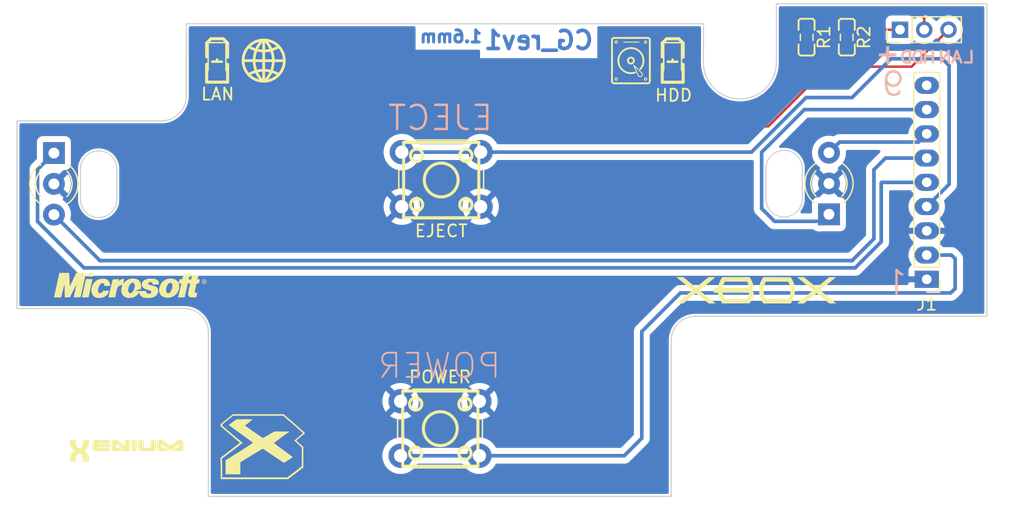
<source format=kicad_pcb>
(kicad_pcb (version 20240108) (generator "pcbnew") (generator_version "8.0")
  (layers (0 "F.Cu" signal) (31 "B.Cu" signal) (34 "B.Paste" user) (35 "F.Paste" user) (36 "B.SilkS" user "B.Silkscreen") (37 "F.SilkS" user "F.Silkscreen") (38 "B.Mask" user) (39 "F.Mask" user) (44 "Edge.Cuts" user))
  (net 0 "")
  (net 1 "Net-(D1-A1)")
  (net 2 "GND")
  (net 3 "Net-(D1-A2)")
  (net 4 "Net-(D2-A1)")
  (net 5 "Net-(J1-Pin_4)")
  (net 6 "Net-(J1-Pin_2)")
  (net 7 "Net-(D2-A2)")
  (net 9 "Net-(J2-Pin_1)")
  (net 10 "Net-(HDD_LED1-C)")
  (net 11 "Net-(HDD_LED1-A)")
  (net 12 "Net-(LAN_LED1-A)")
  (net 13 "Net-(J2-Pin_3)")
  (footprint "Button_Switch_THT:SW_PUSH_6mm_H4.3mm" (layer "F.Cu") (at 147.51083 94.7 180)
    (property "Reference" "EJECT" (at 3.25 -2 0) (layer "F.SilkS"))
    (property "Value" "SW_Push-EJECT")
    (pad "1" thru_hole circle (at 0 0 270) (size 2 2) (drill 1.1) (layers "*.Cu" "*.Mask") (net 2 "GND"))
    (pad "1" thru_hole circle (at 6.5 0 270) (size 2 2) (drill 1.1) (layers "*.Cu" "*.Mask") (net 2 "GND"))
    (pad "2" thru_hole circle (at 0 4.5 270) (size 2 2) (drill 1.1) (layers "*.Cu" "*.Mask") (net 5 "Net-(J1-Pin_4)"))
    (pad "2" thru_hole circle (at 6.5 4.5 270) (size 2 2) (drill 1.1) (layers "*.Cu" "*.Mask") (net 5 "Net-(J1-Pin_4)"))
  )
  (footprint "Resistor_SMD:R_0603_1608Metric_Pad0.98x0.95mm_HandSolder" (layer "F.Cu") (at 174.412274 80.727786 -90)
    (property "Reference" "R1" (at 0 -1.43 90) (layer "F.SilkS"))
    (property "Value" "100_0603")
    (pad "1" smd roundrect (at -0.9125 0 270) (size 0.975 0.95) (layers "F.Cu" "F.Paste" "F.Mask") (net 9 "Net-(J2-Pin_1)"))
    (pad "2" smd roundrect (at 0.9125 0 270) (size 0.975 0.95) (layers "F.Cu" "F.Paste" "F.Mask") (net 11 "Net-(HDD_LED1-A)"))
  )
  (footprint "LED_THT:LED_D3.0mm-3" (layer "F.Cu") (at 112.30883 90.279 -90)
    (property "Reference" "D1" (hide yes))
    (property "Value" "LED_Dual_AKA - LEFT")
    (pad "1" thru_hole rect (at 0 0 270) (size 1.8 1.8) (drill 0.9) (layers "*.Cu" "*.Mask") (net 1 "Net-(D1-A1)"))
    (pad "2" thru_hole circle (at 2.54 0 270) (size 1.8 1.8) (drill 0.9) (layers "*.Cu" "*.Mask") (net 2 "GND"))
    (pad "3" thru_hole circle (at 5.08 0 270) (size 1.8 1.8) (drill 0.9) (layers "*.Cu" "*.Mask") (net 3 "Net-(D1-A2)"))
  )
  (footprint "LOGO" (layer "F.Cu") (at 118.390611 114.828508)
    (property "Reference" "G***" (hide yes))
    (property "Value" "LOGO" (hide yes))
  )
  (footprint "Connector_PinHeader_2.00mm:PinHeader_1x03_P2.00mm_Vertical" (layer "F.Cu") (at 182.11083 80.1 90)
    (property "Reference" "J2" (hide yes))
    (property "Value" "Conn_01x03")
    (pad "1" thru_hole rect (at 0 0 90) (size 1.35 1.35) (drill 0.8) (layers "*.Cu" "*.Mask") (net 9 "Net-(J2-Pin_1)"))
    (pad "2" thru_hole oval (at 0 2 90) (size 1.35 1.35) (drill 0.8) (layers "*.Cu" "*.Mask") (net 10 "Net-(HDD_LED1-C)"))
    (pad "3" thru_hole oval (at 0 4 90) (size 1.35 1.35) (drill 0.8) (layers "*.Cu" "*.Mask") (net 13 "Net-(J2-Pin_3)"))
  )
  (footprint "LED_SMD:LED_0603_1608Metric" (layer "F.Cu") (at 163.35321 82.65467 -90)
    (property "Reference" "HDD_LED1" (hide yes))
    (property "Value" "Blue_56mcd_0603")
    (pad "1" smd roundrect (at -0.7875 0 270) (size 0.875 0.95) (layers "F.Cu" "F.Paste" "F.Mask") (net 10 "Net-(HDD_LED1-C)"))
    (pad "2" smd roundrect (at 0.7875 0 270) (size 0.875 0.95) (layers "F.Cu" "F.Paste" "F.Mask") (net 11 "Net-(HDD_LED1-A)"))
  )
  (footprint "LOGO" (layer "F.Cu") (at 170.254788 101.693806)
    (property "Reference" "G***" (hide yes))
    (property "Value" "LOGO" (hide yes))
  )
  (footprint "Connector_PinHeader_2.00mm:PinHeader_1x09_P2.00mm_Vertical" (layer "F.Cu") (at 184.31783 100.693 180)
    (property "Reference" "J1" (at 0 -2.06 0) (layer "F.SilkS"))
    (property "Value" "Conn_01x09_Pin")
    (pad "1" thru_hole rect (at 0 0 180) (size 2 1.4) (drill 0.8) (layers "*.Cu" "*.Mask") (net 2 "GND"))
    (pad "2" thru_hole oval (at 0 2 180) (size 2 1.4) (drill 0.8) (layers "*.Cu" "*.Mask") (net 6 "Net-(J1-Pin_2)"))
    (pad "3" thru_hole oval (at 0 4 180) (size 2 1.4) (drill 0.8) (layers "*.Cu" "*.Mask") (net 2 "GND"))
    (pad "4" thru_hole oval (at 0 6 180) (size 2 1.4) (drill 0.8) (layers "*.Cu" "*.Mask") (net 5 "Net-(J1-Pin_4)"))
    (pad "5" thru_hole oval (at 0 8 180) (size 2 1.4) (drill 0.8) (layers "*.Cu" "*.Mask") (net 1 "Net-(D1-A1)"))
    (pad "6" thru_hole oval (at 0 10 180) (size 2 1.4) (drill 0.8) (layers "*.Cu" "*.Mask") (net 3 "Net-(D1-A2)"))
    (pad "7" thru_hole oval (at 0 12 180) (size 2 1.4) (drill 0.8) (layers "*.Cu" "*.Mask") (net 7 "Net-(D2-A2)"))
    (pad "8" thru_hole oval (at 0 14 180) (size 2 1.4) (drill 0.8) (layers "*.Cu" "*.Mask") (net 4 "Net-(D2-A1)"))
    (pad "9" thru_hole oval (at 0 16 180) (size 2 1.4) (drill 0.8) (layers "*.Cu" "*.Mask"))
  )
  (footprint "LOGO" (layer "F.Cu") (at 159.91083 82.65)
    (property "Reference" "G" (hide yes))
    (property "Value" "LOGO" (hide yes))
  )
  (footprint "LOGO" (layer "F.Cu") (at 129.61681 82.65)
    (property "Reference" "G***" (hide yes))
    (property "Value" "LOGO" (hide yes))
  )
  (footprint "Button_Switch_THT:SW_PUSH_6mm_H4.3mm" (layer "F.Cu") (at 140.91083 110.75)
    (property "Reference" "POWER" (at 3.25 -2 0) (layer "F.SilkS"))
    (property "Value" "SW_Push Power")
    (pad "1" thru_hole circle (at 0 0 90) (size 2 2) (drill 1.1) (layers "*.Cu" "*.Mask") (net 2 "GND"))
    (pad "1" thru_hole circle (at 6.5 0 90) (size 2 2) (drill 1.1) (layers "*.Cu" "*.Mask") (net 2 "GND"))
    (pad "2" thru_hole circle (at 0 4.5 90) (size 2 2) (drill 1.1) (layers "*.Cu" "*.Mask") (net 6 "Net-(J1-Pin_2)"))
    (pad "2" thru_hole circle (at 6.5 4.5 90) (size 2 2) (drill 1.1) (layers "*.Cu" "*.Mask") (net 6 "Net-(J1-Pin_2)"))
  )
  (footprint "LED_SMD:LED_0603_1608Metric" (layer "F.Cu") (at 125.76681 82.65 -90)
    (property "Reference" "LAN_LED1" (hide yes))
    (property "Value" "Red_100mcd_0603")
    (pad "1" smd roundrect (at -0.7875 0 270) (size 0.875 0.95) (layers "F.Cu" "F.Paste" "F.Mask") (net 13 "Net-(J2-Pin_3)"))
    (pad "2" smd roundrect (at 0.7875 0 270) (size 0.875 0.95) (layers "F.Cu" "F.Paste" "F.Mask") (net 12 "Net-(LAN_LED1-A)"))
  )
  (footprint "LOGO" (layer "F.Cu") (at 129.55 114.5)
    (property "Reference" "G***" (hide yes))
    (property "Value" "LOGO" (hide yes))
  )
  (footprint "LED_THT:LED_D3.0mm-3" (layer "F.Cu") (at 176.25 95.33 90)
    (property "Reference" "D2" (hide yes))
    (property "Value" "LED_Dual_AKA - Right")
    (pad "1" thru_hole rect (at 0 0 90) (size 1.8 1.8) (drill 0.9) (layers "*.Cu" "*.Mask") (net 4 "Net-(D2-A1)"))
    (pad "2" thru_hole circle (at 2.54 0 90) (size 1.8 1.8) (drill 0.9) (layers "*.Cu" "*.Mask") (net 2 "GND"))
    (pad "3" thru_hole circle (at 5.08 0 90) (size 1.8 1.8) (drill 0.9) (layers "*.Cu" "*.Mask") (net 7 "Net-(D2-A2)"))
  )
  (footprint "LOGO" (layer "F.Cu") (at 118.61083 101.2)
    (property "Reference" "G***" (hide yes))
    (property "Value" "LOGO" (hide yes))
  )
  (footprint "Resistor_SMD:R_0603_1608Metric_Pad0.98x0.95mm_HandSolder" (layer "F.Cu") (at 177.715164 80.726428 -90)
    (property "Reference" "R2" (at 0 -1.43 90) (layer "F.SilkS"))
    (property "Value" "100_0603")
    (pad "1" smd roundrect (at -0.9125 0 270) (size 0.975 0.95) (layers "F.Cu" "F.Paste" "F.Mask") (net 9 "Net-(J2-Pin_1)"))
    (pad "2" smd roundrect (at 0.9125 0 270) (size 0.975 0.95) (layers "F.Cu" "F.Paste" "F.Mask") (net 12 "Net-(LAN_LED1-A)"))
  )
  (gr_line (start 188.01083 81.84496) (end 188.01083 82.8) (stroke (width 0.2032)) (layer "B.SilkS"))
  (gr_line (start 183.87357 81.84534) (end 183.55607 81.84534) (stroke (width 0.2032)) (layer "B.SilkS"))
  (gr_line (start 186.13885 81.84496) (end 185.50131 82.8) (stroke (width 0.2032)) (layer "B.SilkS"))
  (gr_line (start 181.23427 85.3768) (end 181.51113 85.46824) (stroke (width 0.2032)) (layer "B.SilkS"))
  (gr_line (start 184.81083 82.3) (end 184.17329 82.3) (stroke (width 0.2032)) (layer "B.SilkS"))
  (gr_line (start 182.93885 81.84534) (end 182.61881 81.84534) (stroke (width 0.2032)) (layer "B.SilkS"))
  (gr_line (start 181.69655 85.46824) (end 181.97341 85.3768) (stroke (width 0.2032)) (layer "B.SilkS"))
  (gr_line (start 183.23857 82.43462) (end 183.28429 82.57178) (stroke (width 0.2032)) (layer "B.SilkS"))
  (gr_line (start 186.13885 81.84496) (end 186.13885 82.8) (stroke (width 0.2032)) (layer "B.SilkS"))
  (gr_line (start 181.88197 83.62166) (end 181.60511 83.53022) (stroke (width 0.2032)) (layer "B.SilkS"))
  (gr_line (start 181.82355 99.91322) (end 181.82355 101.85124) (stroke (width 0.2032)) (layer "B.SilkS"))
  (gr_line (start 181.60511 83.53022) (end 181.51113 83.53022) (stroke (width 0.2032)) (layer "B.SilkS"))
  (gr_line (start 182.15883 84.17538) (end 182.15883 84.08394) (stroke (width 0.2032)) (layer "B.SilkS"))
  (gr_line (start 183.55607 82.80038) (end 183.87357 82.80038) (stroke (width 0.2032)) (layer "B.SilkS"))
  (gr_line (start 187.02785 82.47996) (end 186.57573 82.47996) (stroke (width 0.2032)) (layer "B.SilkS"))
  (gr_line (start 181.60511 84.7291) (end 181.88197 84.63766) (stroke (width 0.2032)) (layer "B.SilkS"))
  (gr_line (start 183.28429 82.57178) (end 183.33001 82.66322) (stroke (width 0.2032)) (layer "B.SilkS"))
  (gr_line (start 183.33001 81.97996) (end 183.28429 82.0714) (stroke (width 0.2032)) (layer "B.SilkS"))
  (gr_line (start 180.95741 84.63766) (end 181.05139 85.09994) (stroke (width 0.2032)) (layer "B.SilkS"))
  (gr_line (start 181.51113 84.7291) (end 181.60511 84.7291) (stroke (width 0.2032)) (layer "B.SilkS"))
  (gr_line (start 181.23427 84.63766) (end 181.51113 84.7291) (stroke (width 0.2032)) (layer "B.SilkS"))
  (gr_line (start 183.28429 82.0714) (end 183.23857 82.20856) (stroke (width 0.2032)) (layer "B.SilkS"))
  (gr_line (start 184.81083 81.84534) (end 184.81083 82.80038) (stroke (width 0.2032)) (layer "B.SilkS"))
  (gr_line (start 183.41891 81.89106) (end 183.33001 81.97996) (stroke (width 0.2032)) (layer "B.SilkS"))
  (gr_line (start 182.30131 82.20856) (end 182.30131 82.43462) (stroke (width 0.2032)) (layer "B.SilkS"))
  (gr_line (start 182.06739 84.45224) (end 182.15883 84.17538) (stroke (width 0.2032)) (layer "B.SilkS"))
  (gr_line (start 188.01083 82.8) (end 187.46473 82.8) (stroke (width 0.2032)) (layer "B.SilkS"))
  (gr_line (start 183.33001 82.66322) (end 183.41891 82.75466) (stroke (width 0.2032)) (layer "B.SilkS"))
  (gr_line (start 181.05139 83.80708) (end 180.95741 84.17538) (stroke (width 0.2032)) (layer "B.SilkS"))
  (gr_line (start 182.34703 82.0714) (end 182.30131 82.20856) (stroke (width 0.2032)) (layer "B.SilkS"))
  (gr_line (start 181.05139 85.09994) (end 181.23427 85.3768) (stroke (width 0.2032)) (layer "B.SilkS"))
  (gr_line (start 181.88197 84.63766) (end 182.06739 84.45224) (stroke (width 0.2032)) (layer "B.SilkS"))
  (gr_line (start 182.93885 81.84534) (end 182.93885 82.80038) (stroke (width 0.2032)) (layer "B.SilkS"))
  (gr_line (start 180.95741 84.17538) (end 180.95741 84.63766) (stroke (width 0.2032)) (layer "B.SilkS"))
  (gr_line (start 182.48419 82.75466) (end 182.61881 82.80038) (stroke (width 0.2032)) (layer "B.SilkS"))
  (gr_line (start 182.39275 81.97996) (end 182.34703 82.0714) (stroke (width 0.2032)) (layer "B.SilkS"))
  (gr_line (start 186.80179 81.84496) (end 186.43857 82.8) (stroke (width 0.2032)) (layer "B.SilkS"))
  (gr_line (start 181.05139 84.45224) (end 181.23427 84.63766) (stroke (width 0.2032)) (layer "B.SilkS"))
  (gr_line (start 182.39275 82.66322) (end 182.48419 82.75466) (stroke (width 0.2032)) (layer "B.SilkS"))
  (gr_line (start 182.28583 100.28152) (end 182.10041 100.19008) (stroke (width 0.2032)) (layer "B.SilkS"))
  (gr_line (start 182.61881 81.84534) (end 182.48419 81.89106) (stroke (width 0.2032)) (layer "B.SilkS"))
  (gr_line (start 181.51113 85.46824) (end 181.69655 85.46824) (stroke (width 0.2032)) (layer "B.SilkS"))
  (gr_line (start 181.97341 85.3768) (end 182.06739 85.19138) (stroke (width 0.2032)) (layer "B.SilkS"))
  (gr_line (start 183.55607 81.84534) (end 183.41891 81.89106) (stroke (width 0.2032)) (layer "B.SilkS"))
  (gr_poly (pts (xy 180.96083 82.3) (xy 180.36139 82.3) (xy 180.36139 82.04854) (xy 180.96083 82.04854) (xy 180.96083 81.4491) (xy 181.21483 81.4491) (xy 181.21483 82.04854) (xy 181.81173 82.04854) (xy 181.81173 82.3) (xy 181.21483 82.3) (xy 181.21483 82.89944) (xy 180.96083 82.89944)) (fill solid) (layer "B.SilkS"))
  (gr_line (start 183.23857 82.20856) (end 183.23857 82.43462) (stroke (width 0.2032)) (layer "B.SilkS"))
  (gr_line (start 185.50131 81.84496) (end 185.50131 82.8) (stroke (width 0.2032)) (layer "B.SilkS"))
  (gr_line (start 182.15883 84.08394) (end 182.06739 83.80708) (stroke (width 0.2032)) (layer "B.SilkS"))
  (gr_line (start 184.17329 81.84534) (end 184.17329 82.80038) (stroke (width 0.2032)) (layer "B.SilkS"))
  (gr_line (start 181.51113 83.53022) (end 181.23427 83.62166) (stroke (width 0.2032)) (layer "B.SilkS"))
  (gr_line (start 182.10041 100.19008) (end 181.82355 99.91322) (stroke (width 0.2032)) (layer "B.SilkS"))
  (gr_line (start 183.41891 82.75466) (end 183.55607 82.80038) (stroke (width 0.2032)) (layer "B.SilkS"))
  (gr_line (start 181.23427 83.62166) (end 181.05139 83.80708) (stroke (width 0.2032)) (layer "B.SilkS"))
  (gr_line (start 182.34703 82.57178) (end 182.39275 82.66322) (stroke (width 0.2032)) (layer "B.SilkS"))
  (gr_line (start 180.95741 84.17538) (end 181.05139 84.45224) (stroke (width 0.2032)) (layer "B.SilkS"))
  (gr_line (start 182.48419 81.89106) (end 182.39275 81.97996) (stroke (width 0.2032)) (layer "B.SilkS"))
  (gr_line (start 182.30131 82.43462) (end 182.34703 82.57178) (stroke (width 0.2032)) (layer "B.SilkS"))
  (gr_line (start 182.06739 83.80708) (end 181.88197 83.62166) (stroke (width 0.2032)) (layer "B.SilkS"))
  (gr_line (start 182.61881 82.80038) (end 182.93885 82.80038) (stroke (width 0.2032)) (layer "B.SilkS"))
  (gr_line (start 183.87357 81.84534) (end 183.87357 82.80038) (stroke (width 0.2032)) (layer "B.SilkS"))
  (gr_line (start 186.80179 81.84496) (end 187.16501 82.8) (stroke (width 0.2032)) (layer "B.SilkS"))
  (gr_line (start 162.49723 84.4314) (end 164.22443 84.4314) (stroke (width 0.254)) (layer "F.SilkS"))
  (gr_line (start 175.06083 79.3524) (end 175.06083 80.1144) (stroke (width 0.1524)) (layer "F.SilkS"))
  (gr_circle (center 142.23003 90.46696) (end 142.73803 90.46696) (stroke (width 0.254)) (fill none) (layer "F.SilkS"))
  (gr_line (start 125.26643 80.84533) (end 126.28243 80.84533) (stroke (width 0.254)) (layer "F.SilkS"))
  (gr_line (start 126.63803 82.36933) (end 126.63803 81.20093) (stroke (width 0.254)) (layer "F.SilkS"))
  (gr_line (start 141.08703 109.9132) (end 147.28463 109.9132) (stroke (width 0.254)) (layer "F.SilkS"))
  (gr_circle (center 144.18583 113.012) (end 145.58283 113.012) (stroke (width 0.254)) (fill none) (layer "F.SilkS"))
  (gr_line (start 124.91083 84.42673) (end 126.63803 84.42673) (stroke (width 0.254)) (layer "F.SilkS"))
  (gr_line (start 177.21599 82.2262) (end 177.06359 82.0738) (stroke (width 0.1524)) (layer "F.SilkS"))
  (gr_line (start 162.85283 80.85) (end 163.86883 80.85) (stroke (width 0.254)) (layer "F.SilkS"))
  (gr_line (start 163.35321 82.7423) (end 163.35321 82.56704) (stroke (width 0.2032)) (layer "F.SilkS"))
  (gr_line (start 173.89243 82.2334) (end 173.74003 82.081) (stroke (width 0.1524)) (layer "F.SilkS"))
  (gr_line (start 177.06083 79.35446) (end 177.06083 80.11646) (stroke (width 0.1524)) (layer "F.SilkS"))
  (gr_line (start 162.49723 84.4314) (end 162.49723 82.9582) (stroke (width 0.254)) (layer "F.SilkS"))
  (gr_line (start 174.90843 79.2) (end 175.06083 79.3524) (stroke (width 0.1524)) (layer "F.SilkS"))
  (gr_line (start 141.15702 95.613223) (end 147.35716 95.613223) (stroke (width 0.254)) (layer "F.SilkS"))
  (gr_line (start 162.49723 82.3486) (end 162.49723 81.2056) (stroke (width 0.254)) (layer "F.SilkS"))
  (gr_line (start 173.89243 79.2) (end 174.90843 79.2) (stroke (width 0.1524)) (layer "F.SilkS"))
  (gr_circle (center 146.29403 90.46696) (end 146.80203 90.46696) (stroke (width 0.254)) (fill none) (layer "F.SilkS"))
  (gr_line (start 147.28717 116.11334) (end 147.28717 109.9132) (stroke (width 0.254)) (layer "F.SilkS"))
  (gr_line (start 177.06359 82.0738) (end 177.06359 81.3118) (stroke (width 0.1524)) (layer "F.SilkS"))
  (gr_line (start 163.86883 80.85) (end 164.22443 81.2056) (stroke (width 0.254)) (layer "F.SilkS"))
  (gr_line (start 124.91083 81.20093) (end 125.26643 80.84533) (stroke (width 0.254)) (layer "F.SilkS"))
  (gr_circle (center 142.15383 115.044) (end 142.66183 115.044) (stroke (width 0.254)) (fill none) (layer "F.SilkS"))
  (gr_line (start 126.63803 84.42673) (end 126.63803 82.95353) (stroke (width 0.254)) (layer "F.SilkS"))
  (gr_line (start 162.49723 81.2056) (end 162.85283 80.85) (stroke (width 0.254)) (layer "F.SilkS"))
  (gr_line (start 141.16069 89.40016) (end 147.36083 89.40016) (stroke (width 0.254)) (layer "F.SilkS"))
  (gr_line (start 164.22443 84.4314) (end 164.22443 82.9582) (stroke (width 0.254)) (layer "F.SilkS"))
  (gr_line (start 173.74003 79.3524) (end 173.74003 80.1144) (stroke (width 0.1524)) (layer "F.SilkS"))
  (gr_line (start 124.91083 82.34393) (end 124.91083 81.20093) (stroke (width 0.254)) (layer "F.SilkS"))
  (gr_line (start 126.28243 80.84533) (end 126.63803 81.20093) (stroke (width 0.254)) (layer "F.SilkS"))
  (gr_line (start 162.95443 82.7423) (end 163.74183 82.7423) (stroke (width 0.2032)) (layer "F.SilkS"))
  (gr_line (start 173.74003 82.081) (end 173.74003 81.319) (stroke (width 0.1524)) (layer "F.SilkS"))
  (gr_line (start 178.22923 79.20206) (end 178.38163 79.35446) (stroke (width 0.1524)) (layer "F.SilkS"))
  (gr_line (start 141.16069 89.40016) (end 141.16069 95.6003) (stroke (width 0.254)) (layer "F.SilkS"))
  (gr_line (start 164.22443 82.374) (end 164.22443 81.2056) (stroke (width 0.254)) (layer "F.SilkS"))
  (gr_circle (center 142.23003 94.53096) (end 142.73803 94.53096) (stroke (width 0.254)) (fill none) (layer "F.SilkS"))
  (gr_circle (center 144.26203 92.49896) (end 145.65903 92.49896) (stroke (width 0.254)) (fill none) (layer "F.SilkS"))
  (gr_line (start 125.36803 82.73763) (end 126.15543 82.73763) (stroke (width 0.2032)) (layer "F.SilkS"))
  (gr_circle (center 146.21783 110.98) (end 146.72583 110.98) (stroke (width 0.254)) (fill none) (layer "F.SilkS"))
  (gr_line (start 141.08703 109.9132) (end 141.08703 116.1108) (stroke (width 0.254)) (layer "F.SilkS"))
  (gr_line (start 175.06083 82.081) (end 174.90843 82.2334) (stroke (width 0.1524)) (layer "F.SilkS"))
  (gr_circle (center 142.15383 110.98) (end 142.66183 110.98) (stroke (width 0.254)) (fill none) (layer "F.SilkS"))
  (gr_line (start 177.06083 79.35446) (end 177.21323 79.20206) (stroke (width 0.1524)) (layer "F.SilkS"))
  (gr_line (start 178.38163 79.35446) (end 178.38163 80.11646) (stroke (width 0.1524)) (layer "F.SilkS"))
  (gr_line (start 173.74003 79.3524) (end 173.89243 79.2) (stroke (width 0.1524)) (layer "F.SilkS"))
  (gr_line (start 178.23199 82.2262) (end 177.21599 82.2262) (stroke (width 0.1524)) (layer "F.SilkS"))
  (gr_line (start 177.21323 79.20206) (end 178.22923 79.20206) (stroke (width 0.1524)) (layer "F.SilkS"))
  (gr_line (start 147.28463 116.1108) (end 141.08703 116.1108) (stroke (width 0.254)) (layer "F.SilkS"))
  (gr_line (start 178.38439 82.0738) (end 178.38439 81.3118) (stroke (width 0.1524)) (layer "F.SilkS"))
  (gr_line (start 178.38439 82.0738) (end 178.23199 82.2262) (stroke (width 0.1524)) (layer "F.SilkS"))
  (gr_line (start 125.76681 82.73763) (end 125.76681 82.56237) (stroke (width 0.2032)) (layer "F.SilkS"))
  (gr_circle (center 146.21783 115.044) (end 146.72583 115.044) (stroke (width 0.254)) (fill none) (layer "F.SilkS"))
  (gr_line (start 175.06083 82.081) (end 175.06083 81.319) (stroke (width 0.1524)) (layer "F.SilkS"))
  (gr_circle (center 146.29403 94.53096) (end 146.80203 94.53096) (stroke (width 0.254)) (fill none) (layer "F.SilkS"))
  (gr_line (start 124.91083 84.42673) (end 124.91083 82.95353) (stroke (width 0.254)) (layer "F.SilkS"))
  (gr_line (start 147.36337 95.6003) (end 147.36337 89.40016) (stroke (width 0.254)) (layer "F.SilkS"))
  (gr_line (start 174.90843 82.2334) (end 173.89243 82.2334) (stroke (width 0.1524)) (layer "F.SilkS"))
  (gr_line (start 125.056 105.100989) (end 125.05 118.6) (stroke (width 0.1)) (layer "Edge.Cuts"))
  (gr_line (start 109.260551 87.620365) (end 109.26083 103.106) (stroke (width 0.1)) (layer "Edge.Cuts"))
  (gr_arc (start 171.912 82.780803) (mid 168.921445 85.809824) (end 165.892525 82.766511) (stroke (width 0.1)) (layer "Edge.Cuts"))
  (gr_line (start 125.05 118.6) (end 163.23583 118.6) (stroke (width 0.1)) (layer "Edge.Cuts"))
  (gr_line (start 165.892525 82.766511) (end 165.90283 79.611) (stroke (width 0.1)) (layer "Edge.Cuts"))
  (gr_line (start 189.27083 103.741) (end 165.23583 103.741) (stroke (width 0.1)) (layer "Edge.Cuts"))
  (gr_line (start 189.27083 103.741) (end 189.27083 77.96) (stroke (width 0.1)) (layer "Edge.Cuts"))
  (gr_line (start 123.23083 79.611) (end 123.233636 85.54902) (stroke (width 0.1)) (layer "Edge.Cuts"))
  (gr_line (start 171.912688 77.959696) (end 189.27083 77.96) (stroke (width 0.1)) (layer "Edge.Cuts"))
  (gr_line (start 163.23583 105.741) (end 163.23583 118.6) (stroke (width 0.1)) (layer "Edge.Cuts"))
  (gr_arc (start 117.5 94.1) (mid 116 95.6) (end 114.5 94.1) (stroke (width 0.1)) (layer "Edge.Cuts"))
  (gr_arc (start 174.05 94.05) (mid 172.55 95.55) (end 171.05 94.05) (stroke (width 0.1)) (layer "Edge.Cuts"))
  (gr_line (start 174.05 94.05) (end 174.05 91.55) (stroke (width 0.1)) (layer "Edge.Cuts"))
  (gr_arc (start 171.05 91.55) (mid 172.55 90.05) (end 174.05 91.55) (stroke (width 0.1)) (layer "Edge.Cuts"))
  (gr_line (start 121.154613 87.622826) (end 109.260551 87.620365) (stroke (width 0.1)) (layer "Edge.Cuts"))
  (gr_line (start 114.5 94.1) (end 114.5 91.6) (stroke (width 0.1)) (layer "Edge.Cuts"))
  (gr_arc (start 163.23583 105.741) (mid 163.821616 104.326786) (end 165.23583 103.741) (stroke (width 0.1)) (layer "Edge.Cuts"))
  (gr_arc (start 123.233636 85.54902) (mid 122.623656 87.018573) (end 121.154613 87.622826) (stroke (width 0.1)) (layer "Edge.Cuts"))
  (gr_line (start 123.23083 79.611) (end 165.90283 79.611) (stroke (width 0.1)) (layer "Edge.Cuts"))
  (gr_arc (start 123.05503 103.1) (mid 124.470194 103.685797) (end 125.056 105.100989) (stroke (width 0.1)) (layer "Edge.Cuts"))
  (gr_line (start 171.912 82.780803) (end 171.912688 77.959696) (stroke (width 0.1)) (layer "Edge.Cuts"))
  (gr_line (start 171.05 94.05) (end 171.05 91.55) (stroke (width 0.1)) (layer "Edge.Cuts"))
  (gr_line (start 117.5 94.1) (end 117.5 91.6) (stroke (width 0.1)) (layer "Edge.Cuts"))
  (gr_line (start 109.26083 103.106) (end 123.05503 103.1) (stroke (width 0.1)) (layer "Edge.Cuts"))
  (gr_arc (start 114.5 91.6) (mid 116 90.1) (end 117.5 91.6) (stroke (width 0.1)) (layer "Edge.Cuts"))
  (gr_text "CG_rev1" (at 156.96083 81.85 0) (layer "B.Cu") (effects (font (size 1.5 1.5) (thickness 0.3) (bold yes)) (justify left bottom mirror)))
  (gr_text "1.6mm" (at 147.75 81.25 0) (layer "B.Cu") (effects (font (size 1 1) (thickness 0.25) (bold yes)) (justify left bottom mirror)))
  (gr_text "EJECT" (at 148.66083 88.55 0) (layer "B.SilkS") (effects (font (size 2 2) (thickness 0.2) (bold yes)) (justify left bottom mirror)))
  (gr_text "POWER" (at 149.31083 109 0) (layer "B.SilkS") (effects (font (size 2 2)) (justify left bottom mirror)))
  (gr_text "HDD" (at 161.81083 86.1 0) (layer "F.SilkS") (effects (font (size 1 1)) (justify left bottom)))
  (gr_text "LAN" (at 124.36083 86 0) (layer "F.SilkS") (effects (font (size 1 1)) (justify left bottom)))
  (segment (start 110.95883 95.918189) (end 110.95883 91.629) (width 0.3) (layer "B.Cu") (net 1))
  (segment (start 178.409358 99.75) (end 114.790641 99.75) (width 0.3) (layer "B.Cu") (net 1))
  (segment (start 180.61783 92.693) (end 180.56083 92.75) (width 0.3) (layer "B.Cu") (net 1))
  (segment (start 110.95883 91.629) (end 112.30883 90.279) (width 0.3) (layer "B.Cu") (net 1))
  (segment (start 114.790641 99.75) (end 110.95883 95.918189) (width 0.3) (layer "B.Cu") (net 1))
  (segment (start 184.31783 92.693) (end 180.61783 92.693) (width 0.3) (layer "B.Cu") (net 1))
  (segment (start 180.56083 97.598528) (end 178.409358 99.75) (width 0.3) (layer "B.Cu") (net 1))
  (segment (start 180.56083 92.75) (end 180.56083 97.598528) (width 0.3) (layer "B.Cu") (net 1))
  (segment (start 179.96083 97.35) (end 178.16083 99.15) (width 0.3) (layer "B.Cu") (net 3))
  (segment (start 180.91783 90.693) (end 179.96083 91.65) (width 0.3) (layer "B.Cu") (net 3))
  (segment (start 184.31783 90.693) (end 180.91783 90.693) (width 0.3) (layer "B.Cu") (net 3))
  (segment (start 179.96083 91.65) (end 179.96083 97.35) (width 0.3) (layer "B.Cu") (net 3))
  (segment (start 178.16083 99.15) (end 116.09983 99.15) (width 0.3) (layer "B.Cu") (net 3))
  (segment (start 116.09983 99.15) (end 112.30883 95.359) (width 0.3) (layer "B.Cu") (net 3))
  (segment (start 175.671213 95.908787) (end 176.25 95.33) (width 0.3) (layer "B.Cu") (net 4))
  (segment (start 184.31783 86.693) (end 174.21783 86.693) (width 0.3) (layer "B.Cu") (net 4))
  (segment (start 175.50087 96.1) (end 176.130592 95.470278) (width 0.3) (layer "B.Cu") (net 4))
  (segment (start 175.661491 96.058787) (end 176.25 95.470278) (width 0.3) (layer "B.Cu") (net 4))
  (segment (start 170.698169 90.212661) (end 170.698169 94.848169) (width 0.3) (layer "B.Cu") (net 4))
  (segment (start 171.758787 95.908787) (end 175.671213 95.908787) (width 0.3) (layer "B.Cu") (net 4))
  (segment (start 174.21783 86.693) (end 170.698169 90.212661) (width 0.3) (layer "B.Cu") (net 4))
  (segment (start 170.698169 94.848169) (end 171.758787 95.908787) (width 0.3) (layer "B.Cu") (net 4))
  (segment (start 184.31783 94.693) (end 186.16083 92.85) (width 0.3) (layer "B.Cu") (net 5))
  (segment (start 169.862302 90.2) (end 147.51083 90.2) (width 0.3) (layer "B.Cu") (net 5))
  (segment (start 186.16083 92.85) (end 186.16083 83.05) (width 0.3) (layer "B.Cu") (net 5))
  (segment (start 178.16083 85.7) (end 174.362302 85.7) (width 0.3) (layer "B.Cu") (net 5))
  (segment (start 181.36083 82.5) (end 178.16083 85.7) (width 0.3) (layer "B.Cu") (net 5))
  (segment (start 141.01083 90.2) (end 147.51083 90.2) (width 0.3) (layer "B.Cu") (net 5))
  (segment (start 186.16083 83.05) (end 185.61083 82.5) (width 0.3) (layer "B.Cu") (net 5))
  (segment (start 174.362302 85.7) (end 169.862302 90.2) (width 0.3) (layer "B.Cu") (net 5))
  (segment (start 185.61083 82.5) (end 181.36083 82.5) (width 0.3) (layer "B.Cu") (net 5))
  (segment (start 186.66083 101.45) (end 186.29283 101.818) (width 0.3) (layer "B.Cu") (net 6))
  (segment (start 186.35383 98.693) (end 186.66083 99) (width 0.3) (layer "B.Cu") (net 6))
  (segment (start 163.99283 101.818) (end 160.81083 105) (width 0.3) (layer "B.Cu") (net 6))
  (segment (start 160.81083 113.8) (end 159.36083 115.25) (width 0.3) (layer "B.Cu") (net 6))
  (segment (start 140.91083 115.25) (end 147.41083 115.25) (width 0.3) (layer "B.Cu") (net 6))
  (segment (start 160.81083 105) (end 160.81083 113.8) (width 0.3) (layer "B.Cu") (net 6))
  (segment (start 159.36083 115.25) (end 147.41083 115.25) (width 0.3) (layer "B.Cu") (net 6))
  (segment (start 186.29283 101.818) (end 163.99283 101.818) (width 0.3) (layer "B.Cu") (net 6))
  (segment (start 186.66083 99) (end 186.66083 101.45) (width 0.3) (layer "B.Cu") (net 6))
  (segment (start 184.31783 98.693) (end 186.35383 98.693) (width 0.3) (layer "B.Cu") (net 6))
  (segment (start 184.31783 88.693) (end 183.64283 89.368) (width 0.3) (layer "B.Cu") (net 7))
  (segment (start 183.64283 89.368) (end 177.132 89.368) (width 0.3) (layer "B.Cu") (net 7))
  (segment (start 177.132 89.368) (end 176.25 90.25) (width 0.3) (layer "B.Cu") (net 7))
  (segment (start 182.11083 80.1) (end 178.001236 80.1) (width 0.2) (layer "F.Cu") (net 9))
  (segment (start 178.001236 80.1) (end 177.715164 79.813928) (width 0.2) (layer "F.Cu") (net 9))
  (segment (start 177.715164 79.813928) (end 174.413632 79.813928) (width 0.25) (layer "F.Cu") (net 9))
  (segment (start 174.413632 79.813928) (end 174.412274 79.815286) (width 0.25) (layer "F.Cu") (net 9))
  (segment (start 184.11083 79.145406) (end 183.615424 78.65) (width 0.2) (layer "F.Cu") (net 10))
  (segment (start 164.32821 82.84217) (end 163.35321 81.86717) (width 0.2) (layer "F.Cu") (net 10))
  (segment (start 164.32821 83.3) (end 164.32821 82.84217) (width 0.2) (layer "F.Cu") (net 10))
  (segment (start 170.206571 86.176709) (end 167.204919 86.176709) (width 0.2) (layer "F.Cu") (net 10))
  (segment (start 183.615424 78.65) (end 173.99483 78.65) (width 0.2) (layer "F.Cu") (net 10))
  (segment (start 172.32783 80.317) (end 173.99483 78.65) (width 0.2) (layer "F.Cu") (net 10))
  (segment (start 172.32783 84.05545) (end 170.206571 86.176709) (width 0.2) (layer "F.Cu") (net 10))
  (segment (start 172.32783 80.317) (end 172.32783 84.05545) (width 0.2) (layer "F.Cu") (net 10))
  (segment (start 184.11083 80.1) (end 184.11083 79.145406) (width 0.2) (layer "F.Cu") (net 10))
  (segment (start 167.204919 86.176709) (end 164.32821 83.3) (width 0.2) (layer "F.Cu") (net 10))
  (segment (start 174.412274 81.640286) (end 174.412274 82.997084) (width 0.2) (layer "F.Cu") (net 11))
  (segment (start 170.582565 86.826793) (end 166.687833 86.826793) (width 0.2) (layer "F.Cu") (net 11))
  (segment (start 166.687833 86.776793) (end 163.35321 83.44217) (width 0.2) (layer "F.Cu") (net 11))
  (segment (start 166.687833 86.826793) (end 166.687833 86.776793) (width 0.2) (layer "F.Cu") (net 11))
  (segment (start 174.412274 82.997084) (end 170.582565 86.826793) (width 0.2) (layer "F.Cu") (net 11))
  (segment (start 176.795853 81.638928) (end 171.147805 87.286975) (width 0.25) (layer "F.Cu") (net 12))
  (segment (start 177.715164 81.638928) (end 176.795853 81.638928) (width 0.25) (layer "F.Cu") (net 12))
  (segment (start 129.425123 87.451793) (end 129.42333 87.45) (width 0.25) (layer "F.Cu") (net 12))
  (segment (start 127.91083 87.45) (end 125.76681 85.30598) (width 0.25) (layer "F.Cu") (net 12))
  (segment (start 125.76681 85.30598) (end 125.76681 83.4375) (width 0.25) (layer "F.Cu") (net 12))
  (segment (start 171.066856 87.367925) (end 170.982988 87.451793) (width 0.25) (layer "F.Cu") (net 12))
  (segment (start 129.42333 87.45) (end 127.91083 87.45) (width 0.25) (layer "F.Cu") (net 12))
  (segment (start 170.982988 87.451793) (end 129.425123 87.451793) (width 0.25) (layer "F.Cu") (net 12))
  (segment (start 171.147805 87.286975) (end 171.066856 87.367925) (width 0.25) (layer "F.Cu") (net 12))
  (segment (start 183.06083 83.15) (end 176.168665 83.15) (width 0.2) (layer "F.Cu") (net 13))
  (segment (start 176.168665 83.15) (end 171.241872 88.076793) (width 0.2) (layer "F.Cu") (net 13))
  (segment (start 124.76083 82.86848) (end 125.76681 81.8625) (width 0.2) (layer "F.Cu") (net 13))
  (segment (start 186.11083 80.1) (end 183.06083 83.15) (width 0.2) (layer "F.Cu") (net 13))
  (segment (start 171.241872 88.076793) (end 127.653739 88.076793) (width 0.2) (layer "F.Cu") (net 13))
  (segment (start 124.76083 85.183884) (end 124.76083 82.86848) (width 0.2) (layer "F.Cu") (net 13))
  (segment (start 127.653739 88.076793) (end 124.76083 85.183884) (width 0.2) (layer "F.Cu") (net 13))
  (zone (net 2) (net_name "GND") (layer "B.Cu") (connect_pads (clearance 0.5)) (min_thickness 0.25) (fill yes (thermal_gap 0.5) (thermal_bridge_width 0.5))
    (polygon (pts (xy 107.86083 77.75) (xy 192.36083 77.65) (xy 192.36083 120.2) (xy 108.36083 120.45)))
  )
)
</source>
